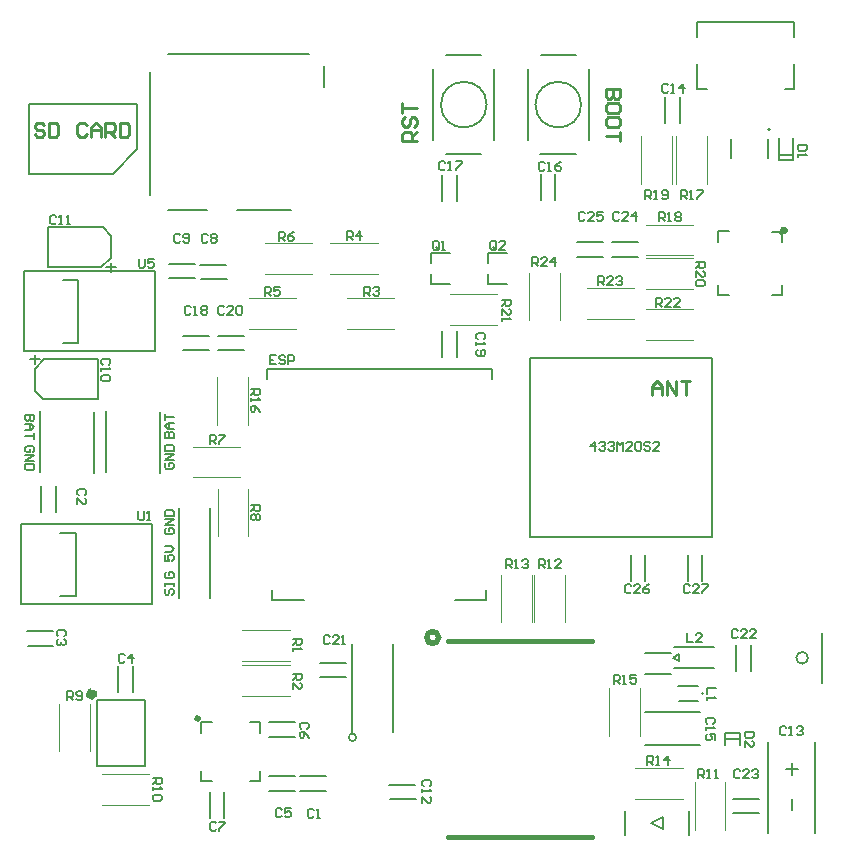
<source format=gto>
G04*
G04 #@! TF.GenerationSoftware,Altium Limited,Altium Designer,21.9.2 (33)*
G04*
G04 Layer_Color=65535*
%FSLAX25Y25*%
%MOIN*%
G70*
G04*
G04 #@! TF.SameCoordinates,2BD51A12-542F-4E7F-AF7E-1702C203C590*
G04*
G04*
G04 #@! TF.FilePolarity,Positive*
G04*
G01*
G75*
%ADD10C,0.00787*%
%ADD11C,0.02756*%
%ADD12C,0.03000*%
%ADD13C,0.01575*%
%ADD14C,0.01968*%
%ADD15C,0.00500*%
%ADD16C,0.00394*%
%ADD17C,0.01000*%
D10*
X254593Y242799D02*
G03*
X254593Y242799I-394J0D01*
G01*
X160104Y251100D02*
G03*
X160104Y251100I-7604J0D01*
G01*
X191611D02*
G03*
X191611Y251100I-7604J0D01*
G01*
X232328Y54800D02*
G03*
X232328Y54800I-278J0D01*
G01*
X116652Y40165D02*
G03*
X116652Y40165I-1245J0D01*
G01*
X267269Y66700D02*
G03*
X267269Y66700I-1969J0D01*
G01*
X33330Y196807D02*
X36480D01*
X34882Y195232D02*
Y198382D01*
X14016Y196807D02*
X17559D01*
X14016D02*
Y210193D01*
X17559Y196807D02*
X31732D01*
X34882Y199957D01*
Y207437D01*
X32126Y210193D02*
X34882Y207437D01*
X14016Y210193D02*
X32126D01*
X7480Y251378D02*
X12205D01*
X7480Y227953D02*
Y251378D01*
Y227953D02*
X35433D01*
X43701Y236221D01*
Y251378D01*
X40354D02*
X43701D01*
X12205D02*
X40354D01*
X224562Y244969D02*
Y253631D01*
X219752Y244953D02*
Y253614D01*
X248148Y62386D02*
Y71047D01*
X243338Y62369D02*
Y71031D01*
X257587Y234172D02*
X261917D01*
X257587Y232597D02*
Y240077D01*
Y232597D02*
X262311D01*
Y240077D01*
X255118Y208780D02*
X257480D01*
X258661Y207599D01*
Y205237D02*
Y207599D01*
X237402Y187521D02*
Y191064D01*
Y187521D02*
X240945D01*
X237326Y208879D02*
X240870D01*
X237326Y205336D02*
Y208879D01*
X255118Y187521D02*
X258661D01*
Y191064D01*
X235115Y106879D02*
Y164359D01*
X174485Y106879D02*
X235115D01*
X174485D02*
Y166721D01*
X235115D01*
Y164359D02*
Y166721D01*
X86933Y159520D02*
Y163119D01*
X161933D01*
Y159520D02*
Y163119D01*
X159866Y85898D02*
Y89442D01*
X149630Y85898D02*
X159866D01*
X88606D02*
X99236D01*
X88606D02*
Y89442D01*
X51318Y128270D02*
Y148742D01*
X33208Y128664D02*
Y149136D01*
X29418Y128270D02*
Y148742D01*
X11308Y128664D02*
Y149136D01*
X146595Y267635D02*
X158405D01*
X146500Y234563D02*
X158311D01*
X162736Y239289D02*
Y262911D01*
X142264Y239289D02*
Y262911D01*
X48000Y221000D02*
Y262000D01*
X54000Y268000D02*
X101000D01*
X54000Y216000D02*
X67000D01*
X77000D02*
X95000D01*
X106000Y257000D02*
Y264000D01*
X183062Y219169D02*
Y227831D01*
X178252Y219153D02*
Y227814D01*
X150162Y219069D02*
Y227731D01*
X145352Y219053D02*
Y227714D01*
X230315Y273622D02*
Y278740D01*
X262598D01*
Y273622D02*
Y278740D01*
X230315Y256299D02*
Y264567D01*
Y256299D02*
X233465D01*
X262598D02*
Y264567D01*
X259449Y256299D02*
X262598D01*
X178102Y267635D02*
X189913D01*
X178007Y234563D02*
X189818D01*
X194243Y239289D02*
Y262911D01*
X173771Y239289D02*
Y262911D01*
X145352Y166953D02*
Y175614D01*
X150162Y166969D02*
Y175631D01*
X141499Y201575D02*
X147798D01*
X141499Y198425D02*
Y201575D01*
Y191339D02*
X147798D01*
X141499D02*
Y194488D01*
X160630Y191339D02*
Y194488D01*
Y191339D02*
X166929D01*
X160630Y198425D02*
Y201575D01*
X166929D01*
X201886Y200452D02*
X210547D01*
X201869Y205262D02*
X210531D01*
X190369D02*
X199031D01*
X190386Y200452D02*
X199047D01*
X214931Y11700D02*
X218868Y13668D01*
Y9731D02*
Y13668D01*
X214931Y11700D02*
X218868Y9731D01*
X206269Y7763D02*
Y15637D01*
X227529Y7763D02*
Y15637D01*
X213036Y48512D02*
X231147D01*
X213036Y37488D02*
X231147D01*
X223979Y57162D02*
X230475D01*
X224175Y52411D02*
X230671D01*
X222450Y70243D02*
X235836D01*
X222450Y63157D02*
X235836D01*
X222249Y66737D02*
X224217Y67918D01*
Y65556D02*
Y67918D01*
X222249Y66737D02*
X224217Y65556D01*
X212800Y68312D02*
X221461D01*
X212800Y61225D02*
X221461D01*
X227252Y92369D02*
Y101031D01*
X232062Y92386D02*
Y101047D01*
X213048Y92386D02*
Y101047D01*
X208238Y92369D02*
Y101031D01*
X70479Y173953D02*
X79140D01*
X70495Y169143D02*
X79157D01*
X59043Y173953D02*
X67704D01*
X59059Y169143D02*
X67720D01*
X64753Y197648D02*
X73414D01*
X64769Y192838D02*
X73431D01*
X54269Y193138D02*
X62931D01*
X54253Y197948D02*
X62914D01*
X127769Y19638D02*
X136431D01*
X127753Y24448D02*
X136414D01*
X128793Y42133D02*
Y71267D01*
X115407Y42133D02*
Y71267D01*
X104669Y60138D02*
X113331D01*
X104653Y64948D02*
X113314D01*
X37313Y55310D02*
Y63972D01*
X42123Y55326D02*
Y63988D01*
X30382Y52648D02*
X46382D01*
Y30648D02*
Y52648D01*
X30382Y30648D02*
X46382D01*
X30382D02*
Y52648D01*
X87586Y40352D02*
X96247D01*
X87569Y45162D02*
X96231D01*
X98032Y27262D02*
X106693D01*
X98048Y22452D02*
X106709D01*
X87569Y27262D02*
X96231D01*
X87586Y22452D02*
X96247D01*
X64961Y45276D02*
X68504D01*
X64961Y41732D02*
Y45276D01*
X64977Y25483D02*
Y29026D01*
Y25483D02*
X68521D01*
X81119Y25548D02*
X84662D01*
Y29091D01*
Y41690D02*
Y45233D01*
X81119D02*
X84662D01*
X67838Y13169D02*
Y21831D01*
X72648Y13186D02*
Y21847D01*
X7070Y75588D02*
X15732D01*
X7087Y70778D02*
X15748D01*
X48711Y84646D02*
Y111417D01*
X5010Y84646D02*
X48711D01*
X5010D02*
Y111417D01*
X48711D01*
X18002Y108268D02*
X23120D01*
Y87402D02*
Y108268D01*
X18002Y87402D02*
X23120D01*
X11725Y115338D02*
Y123999D01*
X16535Y115354D02*
Y124016D01*
X7972Y166193D02*
X11122D01*
X9570Y164618D02*
Y167768D01*
X26893Y166193D02*
X30436D01*
Y152807D02*
Y166193D01*
X12720D02*
X26893D01*
X9570Y163043D02*
X12720Y166193D01*
X9570Y155563D02*
Y163043D01*
Y155563D02*
X12326Y152807D01*
X30436D01*
X18794Y171670D02*
X23913D01*
Y192536D01*
X18794D02*
X23913D01*
X5802Y195686D02*
X49503D01*
X5802Y168914D02*
Y195686D01*
Y168914D02*
X49503D01*
Y195686D01*
X57582Y86658D02*
Y116697D01*
X67818Y86658D02*
Y116697D01*
X242369Y14938D02*
X251031D01*
X242353Y19748D02*
X251014D01*
X239444Y39700D02*
X244562D01*
Y37732D02*
Y41668D01*
X239444D02*
X244562D01*
X239444Y37732D02*
Y41668D01*
X271994Y58432D02*
Y74968D01*
X261800Y15834D02*
Y19771D01*
Y27645D02*
Y31582D01*
X259832Y29613D02*
X263769D01*
X253926Y8354D02*
Y38669D01*
X269674Y8354D02*
Y38669D01*
D11*
X259252Y209174D02*
G03*
X259252Y209174I-197J0D01*
G01*
D12*
X28882Y54648D02*
G03*
X28882Y54648I-500J0D01*
G01*
D13*
X64173Y46457D02*
G03*
X64173Y46457I-394J0D01*
G01*
X147244Y6918D02*
X195276D01*
X147244Y72272D02*
X195276D01*
X147244D02*
X195276D01*
D14*
X144095Y73453D02*
G03*
X144095Y73453I-1969J0D01*
G01*
D15*
X254061Y233301D02*
Y239699D01*
X241739Y233301D02*
Y239699D01*
X52901Y100999D02*
Y99000D01*
X54400D01*
X53901Y100000D01*
Y100499D01*
X54400Y100999D01*
X55400D01*
X55900Y100499D01*
Y99500D01*
X55400Y99000D01*
X52901Y101999D02*
X54900D01*
X55900Y102999D01*
X54900Y103998D01*
X52901D01*
X53301Y131699D02*
X52801Y131200D01*
Y130200D01*
X53301Y129700D01*
X55300D01*
X55800Y130200D01*
Y131200D01*
X55300Y131699D01*
X54300D01*
Y130700D01*
X55800Y132699D02*
X52801D01*
X55800Y134698D01*
X52801D01*
Y135698D02*
X55800D01*
Y137198D01*
X55300Y137697D01*
X53301D01*
X52801Y137198D01*
Y135698D01*
X196099Y135700D02*
Y138699D01*
X194600Y137199D01*
X196599D01*
X197599Y138199D02*
X198099Y138699D01*
X199099D01*
X199598Y138199D01*
Y137699D01*
X199099Y137199D01*
X198599D01*
X199099D01*
X199598Y136700D01*
Y136200D01*
X199099Y135700D01*
X198099D01*
X197599Y136200D01*
X200598Y138199D02*
X201098Y138699D01*
X202098D01*
X202597Y138199D01*
Y137699D01*
X202098Y137199D01*
X201598D01*
X202098D01*
X202597Y136700D01*
Y136200D01*
X202098Y135700D01*
X201098D01*
X200598Y136200D01*
X203597Y135700D02*
Y138699D01*
X204597Y137699D01*
X205596Y138699D01*
Y135700D01*
X208595D02*
X206596D01*
X208595Y137699D01*
Y138199D01*
X208096Y138699D01*
X207096D01*
X206596Y138199D01*
X209595D02*
X210095Y138699D01*
X211095D01*
X211595Y138199D01*
Y136200D01*
X211095Y135700D01*
X210095D01*
X209595Y136200D01*
Y138199D01*
X214594D02*
X214094Y138699D01*
X213094D01*
X212594Y138199D01*
Y137699D01*
X213094Y137199D01*
X214094D01*
X214594Y136700D01*
Y136200D01*
X214094Y135700D01*
X213094D01*
X212594Y136200D01*
X217593Y135700D02*
X215593D01*
X217593Y137699D01*
Y138199D01*
X217093Y138699D01*
X216093D01*
X215593Y138199D01*
X52801Y140100D02*
X55800D01*
Y141600D01*
X55300Y142099D01*
X54800D01*
X54300Y141600D01*
Y140100D01*
Y141600D01*
X53801Y142099D01*
X53301D01*
X52801Y141600D01*
Y140100D01*
X55800Y143099D02*
X53801D01*
X52801Y144099D01*
X53801Y145098D01*
X55800D01*
X54300D01*
Y143099D01*
X52801Y146098D02*
Y148097D01*
Y147098D01*
X55800D01*
X53401Y89699D02*
X52901Y89200D01*
Y88200D01*
X53401Y87700D01*
X53901D01*
X54400Y88200D01*
Y89200D01*
X54900Y89699D01*
X55400D01*
X55900Y89200D01*
Y88200D01*
X55400Y87700D01*
X52901Y90699D02*
Y91699D01*
Y91199D01*
X55900D01*
Y90699D01*
Y91699D01*
X53401Y95198D02*
X52901Y94698D01*
Y93698D01*
X53401Y93198D01*
X55400D01*
X55900Y93698D01*
Y94698D01*
X55400Y95198D01*
X54400D01*
Y94198D01*
X9399Y147700D02*
X6400D01*
Y146201D01*
X6900Y145701D01*
X7400D01*
X7899Y146201D01*
Y147700D01*
Y146201D01*
X8399Y145701D01*
X8899D01*
X9399Y146201D01*
Y147700D01*
X6400Y144701D02*
X8399D01*
X9399Y143701D01*
X8399Y142702D01*
X6400D01*
X7899D01*
Y144701D01*
X9399Y141702D02*
Y139703D01*
Y140702D01*
X6400D01*
X8899Y135301D02*
X9399Y135801D01*
Y136800D01*
X8899Y137300D01*
X6900D01*
X6400Y136800D01*
Y135801D01*
X6900Y135301D01*
X7899D01*
Y136300D01*
X6400Y134301D02*
X9399D01*
X6400Y132302D01*
X9399D01*
Y131302D02*
X6400D01*
Y129802D01*
X6900Y129303D01*
X8899D01*
X9399Y129802D01*
Y131302D01*
X53401Y109899D02*
X52901Y109399D01*
Y108400D01*
X53401Y107900D01*
X55400D01*
X55900Y108400D01*
Y109399D01*
X55400Y109899D01*
X54400D01*
Y108900D01*
X55900Y110899D02*
X52901D01*
X55900Y112898D01*
X52901D01*
Y113898D02*
X55900D01*
Y115398D01*
X55400Y115897D01*
X53401D01*
X52901Y115398D01*
Y113898D01*
X90001Y167499D02*
X88001D01*
Y164500D01*
X90001D01*
X88001Y166000D02*
X89001D01*
X93000Y167000D02*
X92500Y167499D01*
X91500D01*
X91000Y167000D01*
Y166500D01*
X91500Y166000D01*
X92500D01*
X93000Y165500D01*
Y165000D01*
X92500Y164500D01*
X91500D01*
X91000Y165000D01*
X93999Y164500D02*
Y167499D01*
X95499D01*
X95999Y167000D01*
Y166000D01*
X95499Y165500D01*
X93999D01*
X227801Y90800D02*
X227301Y91299D01*
X226301D01*
X225801Y90800D01*
Y88800D01*
X226301Y88301D01*
X227301D01*
X227801Y88800D01*
X230800Y88301D02*
X228800D01*
X230800Y90300D01*
Y90800D01*
X230300Y91299D01*
X229300D01*
X228800Y90800D01*
X231799Y91299D02*
X233799D01*
Y90800D01*
X231799Y88800D01*
Y88301D01*
X208401Y90800D02*
X207901Y91299D01*
X206901D01*
X206401Y90800D01*
Y88800D01*
X206901Y88301D01*
X207901D01*
X208401Y88800D01*
X211400Y88301D02*
X209400D01*
X211400Y90300D01*
Y90800D01*
X210900Y91299D01*
X209900D01*
X209400Y90800D01*
X214399Y91299D02*
X213399Y90800D01*
X212399Y89800D01*
Y88800D01*
X212899Y88301D01*
X213899D01*
X214399Y88800D01*
Y89300D01*
X213899Y89800D01*
X212399D01*
X81651Y117499D02*
X84649D01*
Y116000D01*
X84150Y115500D01*
X83150D01*
X82650Y116000D01*
Y117499D01*
Y116499D02*
X81651Y115500D01*
X84150Y114500D02*
X84649Y114000D01*
Y113001D01*
X84150Y112501D01*
X83650D01*
X83150Y113001D01*
X82650Y112501D01*
X82150D01*
X81651Y113001D01*
Y114000D01*
X82150Y114500D01*
X82650D01*
X83150Y114000D01*
X83650Y114500D01*
X84150D01*
X83150Y114000D02*
Y113001D01*
X67901Y138001D02*
Y140999D01*
X69400D01*
X69900Y140500D01*
Y139500D01*
X69400Y139000D01*
X67901D01*
X68901D02*
X69900Y138001D01*
X70900Y140999D02*
X72899D01*
Y140500D01*
X70900Y138500D01*
Y138001D01*
X235700Y44749D02*
X236199Y45249D01*
Y46249D01*
X235700Y46749D01*
X233700D01*
X233201Y46249D01*
Y45249D01*
X233700Y44749D01*
X233201Y43750D02*
Y42750D01*
Y43250D01*
X236199D01*
X235700Y43750D01*
X236199Y39251D02*
Y41251D01*
X234700D01*
X235200Y40251D01*
Y39751D01*
X234700Y39251D01*
X233700D01*
X233201Y39751D01*
Y40751D01*
X233700Y41251D01*
X113501Y205901D02*
Y208899D01*
X115000D01*
X115500Y208400D01*
Y207400D01*
X115000Y206900D01*
X113501D01*
X114500D02*
X115500Y205901D01*
X117999D02*
Y208899D01*
X116500Y207400D01*
X118499D01*
X119301Y187400D02*
Y190400D01*
X120800D01*
X121300Y189900D01*
Y188900D01*
X120800Y188400D01*
X119301D01*
X120300D02*
X121300Y187400D01*
X122300Y189900D02*
X122800Y190400D01*
X123799D01*
X124299Y189900D01*
Y189400D01*
X123799Y188900D01*
X123300D01*
X123799D01*
X124299Y188400D01*
Y187900D01*
X123799Y187400D01*
X122800D01*
X122300Y187900D01*
X44101Y199800D02*
Y197300D01*
X44601Y196800D01*
X45600D01*
X46100Y197300D01*
Y199800D01*
X49099D02*
X47100D01*
Y198300D01*
X48099Y198800D01*
X48599D01*
X49099Y198300D01*
Y197300D01*
X48599Y196800D01*
X47600D01*
X47100Y197300D01*
X44001Y115600D02*
Y113100D01*
X44500Y112601D01*
X45500D01*
X46000Y113100D01*
Y115600D01*
X47000Y112601D02*
X47999D01*
X47499D01*
Y115600D01*
X47000Y115100D01*
X229801Y198599D02*
X232800D01*
Y197099D01*
X232300Y196599D01*
X231300D01*
X230800Y197099D01*
Y198599D01*
Y197599D02*
X229801Y196599D01*
Y193600D02*
Y195600D01*
X231800Y193600D01*
X232300D01*
X232800Y194100D01*
Y195100D01*
X232300Y195600D01*
Y192601D02*
X232800Y192101D01*
Y191101D01*
X232300Y190601D01*
X230300D01*
X229801Y191101D01*
Y192101D01*
X230300Y192601D01*
X232300D01*
X213051Y219601D02*
Y222600D01*
X214551D01*
X215051Y222100D01*
Y221100D01*
X214551Y220600D01*
X213051D01*
X214051D02*
X215051Y219601D01*
X216050D02*
X217050D01*
X216550D01*
Y222600D01*
X216050Y222100D01*
X218549Y220100D02*
X219049Y219601D01*
X220049D01*
X220549Y220100D01*
Y222100D01*
X220049Y222600D01*
X219049D01*
X218549Y222100D01*
Y221600D01*
X219049Y221100D01*
X220549D01*
X217451Y212200D02*
Y215199D01*
X218951D01*
X219451Y214700D01*
Y213700D01*
X218951Y213200D01*
X217451D01*
X218451D02*
X219451Y212200D01*
X220450D02*
X221450D01*
X220950D01*
Y215199D01*
X220450Y214700D01*
X222949D02*
X223449Y215199D01*
X224449D01*
X224949Y214700D01*
Y214200D01*
X224449Y213700D01*
X224949Y213200D01*
Y212700D01*
X224449Y212200D01*
X223449D01*
X222949Y212700D01*
Y213200D01*
X223449Y213700D01*
X222949Y214200D01*
Y214700D01*
X223449Y213700D02*
X224449D01*
X224851Y219601D02*
Y222600D01*
X226351D01*
X226851Y222100D01*
Y221100D01*
X226351Y220600D01*
X224851D01*
X225851D02*
X226851Y219601D01*
X227850D02*
X228850D01*
X228350D01*
Y222600D01*
X227850Y222100D01*
X230349Y222600D02*
X232349D01*
Y222100D01*
X230349Y220100D01*
Y219601D01*
X175401Y197301D02*
Y200300D01*
X176901D01*
X177401Y199800D01*
Y198800D01*
X176901Y198300D01*
X175401D01*
X176401D02*
X177401Y197301D01*
X180400D02*
X178400D01*
X180400Y199300D01*
Y199800D01*
X179900Y200300D01*
X178900D01*
X178400Y199800D01*
X182899Y197301D02*
Y200300D01*
X181399Y198800D01*
X183399D01*
X165101Y186099D02*
X168099D01*
Y184599D01*
X167600Y184099D01*
X166600D01*
X166100Y184599D01*
Y186099D01*
Y185099D02*
X165101Y184099D01*
Y181100D02*
Y183100D01*
X167100Y181100D01*
X167600D01*
X168099Y181600D01*
Y182600D01*
X167600Y183100D01*
X165101Y180101D02*
Y179101D01*
Y179601D01*
X168099D01*
X167600Y180101D01*
X197301Y190951D02*
Y193949D01*
X198801D01*
X199301Y193450D01*
Y192450D01*
X198801Y191950D01*
X197301D01*
X198301D02*
X199301Y190951D01*
X202300D02*
X200300D01*
X202300Y192950D01*
Y193450D01*
X201800Y193949D01*
X200800D01*
X200300Y193450D01*
X203299D02*
X203799Y193949D01*
X204799D01*
X205299Y193450D01*
Y192950D01*
X204799Y192450D01*
X204299D01*
X204799D01*
X205299Y191950D01*
Y191450D01*
X204799Y190951D01*
X203799D01*
X203299Y191450D01*
X81501Y156249D02*
X84500D01*
Y154749D01*
X84000Y154249D01*
X83000D01*
X82500Y154749D01*
Y156249D01*
Y155249D02*
X81501Y154249D01*
Y153250D02*
Y152250D01*
Y152750D01*
X84500D01*
X84000Y153250D01*
X84500Y148751D02*
X84000Y149751D01*
X83000Y150751D01*
X82000D01*
X81501Y150251D01*
Y149251D01*
X82000Y148751D01*
X82500D01*
X83000Y149251D01*
Y150751D01*
X216551Y183701D02*
Y186699D01*
X218051D01*
X218551Y186200D01*
Y185200D01*
X218051Y184700D01*
X216551D01*
X217551D02*
X218551Y183701D01*
X221550D02*
X219550D01*
X221550Y185700D01*
Y186200D01*
X221050Y186699D01*
X220050D01*
X219550Y186200D01*
X224549Y183701D02*
X222549D01*
X224549Y185700D01*
Y186200D01*
X224049Y186699D01*
X223049D01*
X222549Y186200D01*
X202551Y58100D02*
Y61099D01*
X204051D01*
X204551Y60600D01*
Y59600D01*
X204051Y59100D01*
X202551D01*
X203551D02*
X204551Y58100D01*
X205550D02*
X206550D01*
X206050D01*
Y61099D01*
X205550Y60600D01*
X210049Y61099D02*
X208049D01*
Y59600D01*
X209049Y60100D01*
X209549D01*
X210049Y59600D01*
Y58600D01*
X209549Y58100D01*
X208549D01*
X208049Y58600D01*
X213751Y31001D02*
Y33999D01*
X215251D01*
X215751Y33500D01*
Y32500D01*
X215251Y32000D01*
X213751D01*
X214751D02*
X215751Y31001D01*
X216750D02*
X217750D01*
X217250D01*
Y33999D01*
X216750Y33500D01*
X220749Y31001D02*
Y33999D01*
X219249Y32500D01*
X221249D01*
X166451Y96500D02*
Y99499D01*
X167951D01*
X168451Y99000D01*
Y98000D01*
X167951Y97500D01*
X166451D01*
X167451D02*
X168451Y96500D01*
X169450D02*
X170450D01*
X169950D01*
Y99499D01*
X169450Y99000D01*
X171949D02*
X172449Y99499D01*
X173449D01*
X173949Y99000D01*
Y98500D01*
X173449Y98000D01*
X172949D01*
X173449D01*
X173949Y97500D01*
Y97000D01*
X173449Y96500D01*
X172449D01*
X171949Y97000D01*
X177451Y96500D02*
Y99499D01*
X178951D01*
X179451Y99000D01*
Y98000D01*
X178951Y97500D01*
X177451D01*
X178451D02*
X179451Y96500D01*
X180450D02*
X181450D01*
X180950D01*
Y99499D01*
X180450Y99000D01*
X184949Y96500D02*
X182949D01*
X184949Y98500D01*
Y99000D01*
X184449Y99499D01*
X183449D01*
X182949Y99000D01*
X230751Y26601D02*
Y29599D01*
X232251D01*
X232750Y29100D01*
Y28100D01*
X232251Y27600D01*
X230751D01*
X231751D02*
X232750Y26601D01*
X233750D02*
X234750D01*
X234250D01*
Y29599D01*
X233750Y29100D01*
X236249Y26601D02*
X237249D01*
X236749D01*
Y29599D01*
X236249Y29100D01*
X48900Y26549D02*
X51899D01*
Y25049D01*
X51400Y24549D01*
X50400D01*
X49900Y25049D01*
Y26549D01*
Y25549D02*
X48900Y24549D01*
Y23550D02*
Y22550D01*
Y23050D01*
X51899D01*
X51400Y23550D01*
Y21051D02*
X51899Y20551D01*
Y19551D01*
X51400Y19051D01*
X49400D01*
X48900Y19551D01*
Y20551D01*
X49400Y21051D01*
X51400D01*
X20301Y52500D02*
Y55500D01*
X21800D01*
X22300Y55000D01*
Y54000D01*
X21800Y53500D01*
X20301D01*
X21301D02*
X22300Y52500D01*
X23300Y53000D02*
X23800Y52500D01*
X24799D01*
X25299Y53000D01*
Y55000D01*
X24799Y55500D01*
X23800D01*
X23300Y55000D01*
Y54500D01*
X23800Y54000D01*
X25299D01*
X90801Y205750D02*
Y208750D01*
X92300D01*
X92800Y208250D01*
Y207250D01*
X92300Y206750D01*
X90801D01*
X91800D02*
X92800Y205750D01*
X95799Y208750D02*
X94800Y208250D01*
X93800Y207250D01*
Y206250D01*
X94300Y205750D01*
X95299D01*
X95799Y206250D01*
Y206750D01*
X95299Y207250D01*
X93800D01*
X86101Y187400D02*
Y190400D01*
X87600D01*
X88100Y189900D01*
Y188900D01*
X87600Y188400D01*
X86101D01*
X87100D02*
X88100Y187400D01*
X91099Y190400D02*
X89100D01*
Y188900D01*
X90100Y189400D01*
X90599D01*
X91099Y188900D01*
Y187900D01*
X90599Y187400D01*
X89600D01*
X89100Y187900D01*
X95500Y61399D02*
X98500D01*
Y59900D01*
X98000Y59400D01*
X97000D01*
X96500Y59900D01*
Y61399D01*
Y60400D02*
X95500Y59400D01*
Y56401D02*
Y58400D01*
X97500Y56401D01*
X98000D01*
X98500Y56901D01*
Y57900D01*
X98000Y58400D01*
X95500Y72999D02*
X98500D01*
Y71500D01*
X98000Y71000D01*
X97000D01*
X96500Y71500D01*
Y72999D01*
Y72000D02*
X95500Y71000D01*
Y70000D02*
Y69001D01*
Y69500D01*
X98500D01*
X98000Y70000D01*
X163300Y203250D02*
Y205250D01*
X162800Y205750D01*
X161801D01*
X161301Y205250D01*
Y203250D01*
X161801Y202750D01*
X162800D01*
X162301Y203750D02*
X163300Y202750D01*
X162800D02*
X163300Y203250D01*
X166299Y202750D02*
X164300D01*
X166299Y204750D01*
Y205250D01*
X165799Y205750D01*
X164800D01*
X164300Y205250D01*
X144100Y203200D02*
Y205200D01*
X143600Y205699D01*
X142601D01*
X142101Y205200D01*
Y203200D01*
X142601Y202700D01*
X143600D01*
X143100Y203700D02*
X144100Y202700D01*
X143600D02*
X144100Y203200D01*
X145100Y202700D02*
X146099D01*
X145599D01*
Y205699D01*
X145100Y205200D01*
X226901Y74900D02*
Y71900D01*
X228900D01*
X231899D02*
X229900D01*
X231899Y73900D01*
Y74400D01*
X231399Y74900D01*
X230400D01*
X229900Y74400D01*
X236450Y56699D02*
X233451D01*
Y54700D01*
Y53700D02*
Y52701D01*
Y53201D01*
X236450D01*
X235950Y53700D01*
X249099Y42099D02*
X246100D01*
Y40600D01*
X246600Y40100D01*
X248600D01*
X249099Y40600D01*
Y42099D01*
X246100Y37101D02*
Y39100D01*
X248100Y37101D01*
X248600D01*
X249099Y37601D01*
Y38600D01*
X248600Y39100D01*
X266899Y237799D02*
X263900D01*
Y236300D01*
X264400Y235800D01*
X266400D01*
X266899Y236300D01*
Y237799D01*
X263900Y234800D02*
Y233801D01*
Y234300D01*
X266899D01*
X266400Y234800D01*
X192801Y214900D02*
X192301Y215400D01*
X191301D01*
X190801Y214900D01*
Y212900D01*
X191301Y212401D01*
X192301D01*
X192801Y212900D01*
X195800Y212401D02*
X193800D01*
X195800Y214400D01*
Y214900D01*
X195300Y215400D01*
X194300D01*
X193800Y214900D01*
X198799Y215400D02*
X196799D01*
Y213900D01*
X197799Y214400D01*
X198299D01*
X198799Y213900D01*
Y212900D01*
X198299Y212401D01*
X197299D01*
X196799Y212900D01*
X204401Y214900D02*
X203901Y215400D01*
X202901D01*
X202401Y214900D01*
Y212900D01*
X202901Y212401D01*
X203901D01*
X204401Y212900D01*
X207400Y212401D02*
X205400D01*
X207400Y214400D01*
Y214900D01*
X206900Y215400D01*
X205900D01*
X205400Y214900D01*
X209899Y212401D02*
Y215400D01*
X208399Y213900D01*
X210399D01*
X244701Y29000D02*
X244201Y29500D01*
X243201D01*
X242701Y29000D01*
Y27000D01*
X243201Y26500D01*
X244201D01*
X244701Y27000D01*
X247700Y26500D02*
X245700D01*
X247700Y28500D01*
Y29000D01*
X247200Y29500D01*
X246200D01*
X245700Y29000D01*
X248699D02*
X249199Y29500D01*
X250199D01*
X250699Y29000D01*
Y28500D01*
X250199Y28000D01*
X249699D01*
X250199D01*
X250699Y27500D01*
Y27000D01*
X250199Y26500D01*
X249199D01*
X248699Y27000D01*
X146282Y231709D02*
X145782Y232208D01*
X144783D01*
X144283Y231709D01*
Y229709D01*
X144783Y229209D01*
X145782D01*
X146282Y229709D01*
X147282Y229209D02*
X148282D01*
X147782D01*
Y232208D01*
X147282Y231709D01*
X149781Y232208D02*
X151780D01*
Y231709D01*
X149781Y229709D01*
Y229209D01*
X243801Y75800D02*
X243301Y76300D01*
X242301D01*
X241801Y75800D01*
Y73800D01*
X242301Y73300D01*
X243301D01*
X243801Y73800D01*
X246800Y73300D02*
X244800D01*
X246800Y75300D01*
Y75800D01*
X246300Y76300D01*
X245300D01*
X244800Y75800D01*
X249799Y73300D02*
X247799D01*
X249799Y75300D01*
Y75800D01*
X249299Y76300D01*
X248299D01*
X247799Y75800D01*
X107800Y73800D02*
X107301Y74300D01*
X106301D01*
X105801Y73800D01*
Y71800D01*
X106301Y71301D01*
X107301D01*
X107800Y71800D01*
X110800Y71301D02*
X108800D01*
X110800Y73300D01*
Y73800D01*
X110300Y74300D01*
X109300D01*
X108800Y73800D01*
X111799Y71301D02*
X112799D01*
X112299D01*
Y74300D01*
X111799Y73800D01*
X72701Y183500D02*
X72201Y184000D01*
X71201D01*
X70701Y183500D01*
Y181500D01*
X71201Y181000D01*
X72201D01*
X72701Y181500D01*
X75700Y181000D02*
X73700D01*
X75700Y183000D01*
Y183500D01*
X75200Y184000D01*
X74200D01*
X73700Y183500D01*
X76699D02*
X77199Y184000D01*
X78199D01*
X78699Y183500D01*
Y181500D01*
X78199Y181000D01*
X77199D01*
X76699Y181500D01*
Y183500D01*
X61551D02*
X61051Y184000D01*
X60051D01*
X59551Y183500D01*
Y181500D01*
X60051Y181000D01*
X61051D01*
X61551Y181500D01*
X62550Y181000D02*
X63550D01*
X63050D01*
Y184000D01*
X62550Y183500D01*
X65049D02*
X65549Y184000D01*
X66549D01*
X67049Y183500D01*
Y183000D01*
X66549Y182500D01*
X67049Y182000D01*
Y181500D01*
X66549Y181000D01*
X65549D01*
X65049Y181500D01*
Y182000D01*
X65549Y182500D01*
X65049Y183000D01*
Y183500D01*
X65549Y182500D02*
X66549D01*
X179551Y231500D02*
X179051Y231999D01*
X178051D01*
X177551Y231500D01*
Y229500D01*
X178051Y229000D01*
X179051D01*
X179551Y229500D01*
X180550Y229000D02*
X181550D01*
X181050D01*
Y231999D01*
X180550Y231500D01*
X185049Y231999D02*
X184049Y231500D01*
X183049Y230500D01*
Y229500D01*
X183549Y229000D01*
X184549D01*
X185049Y229500D01*
Y230000D01*
X184549Y230500D01*
X183049D01*
X159100Y172849D02*
X159599Y173349D01*
Y174349D01*
X159100Y174849D01*
X157100D01*
X156600Y174349D01*
Y173349D01*
X157100Y172849D01*
X156600Y171850D02*
Y170850D01*
Y171350D01*
X159599D01*
X159100Y171850D01*
X157100Y169351D02*
X156600Y168851D01*
Y167851D01*
X157100Y167351D01*
X159100D01*
X159599Y167851D01*
Y168851D01*
X159100Y169351D01*
X158600D01*
X158100Y168851D01*
Y167351D01*
X220651Y257500D02*
X220151Y257999D01*
X219151D01*
X218651Y257500D01*
Y255500D01*
X219151Y255000D01*
X220151D01*
X220651Y255500D01*
X221650Y255000D02*
X222650D01*
X222150D01*
Y257999D01*
X221650Y257500D01*
X225649Y255000D02*
Y257999D01*
X224149Y256500D01*
X226149D01*
X260051Y43400D02*
X259551Y43900D01*
X258551D01*
X258051Y43400D01*
Y41400D01*
X258551Y40900D01*
X259551D01*
X260051Y41400D01*
X261050Y40900D02*
X262050D01*
X261550D01*
Y43900D01*
X261050Y43400D01*
X263549D02*
X264049Y43900D01*
X265049D01*
X265549Y43400D01*
Y42900D01*
X265049Y42400D01*
X264549D01*
X265049D01*
X265549Y41900D01*
Y41400D01*
X265049Y40900D01*
X264049D01*
X263549Y41400D01*
X141100Y23949D02*
X141600Y24449D01*
Y25449D01*
X141100Y25949D01*
X139100D01*
X138601Y25449D01*
Y24449D01*
X139100Y23949D01*
X138601Y22950D02*
Y21950D01*
Y22450D01*
X141600D01*
X141100Y22950D01*
X138601Y18451D02*
Y20451D01*
X140600Y18451D01*
X141100D01*
X141600Y18951D01*
Y19951D01*
X141100Y20451D01*
X16650Y213800D02*
X16151Y214300D01*
X15151D01*
X14651Y213800D01*
Y211800D01*
X15151Y211300D01*
X16151D01*
X16650Y211800D01*
X17650Y211300D02*
X18650D01*
X18150D01*
Y214300D01*
X17650Y213800D01*
X20149Y211300D02*
X21149D01*
X20649D01*
Y214300D01*
X20149Y213800D01*
X34100Y164449D02*
X34600Y164949D01*
Y165949D01*
X34100Y166449D01*
X32100D01*
X31600Y165949D01*
Y164949D01*
X32100Y164449D01*
X31600Y163450D02*
Y162450D01*
Y162950D01*
X34600D01*
X34100Y163450D01*
Y160951D02*
X34600Y160451D01*
Y159451D01*
X34100Y158951D01*
X32100D01*
X31600Y159451D01*
Y160451D01*
X32100Y160951D01*
X34100D01*
X58000Y207600D02*
X57500Y208100D01*
X56501D01*
X56001Y207600D01*
Y205600D01*
X56501Y205100D01*
X57500D01*
X58000Y205600D01*
X59000D02*
X59500Y205100D01*
X60499D01*
X60999Y205600D01*
Y207600D01*
X60499Y208100D01*
X59500D01*
X59000Y207600D01*
Y207100D01*
X59500Y206600D01*
X60999D01*
X67100Y207600D02*
X66600Y208100D01*
X65601D01*
X65101Y207600D01*
Y205600D01*
X65601Y205100D01*
X66600D01*
X67100Y205600D01*
X68100Y207600D02*
X68600Y208100D01*
X69599D01*
X70099Y207600D01*
Y207100D01*
X69599Y206600D01*
X70099Y206100D01*
Y205600D01*
X69599Y205100D01*
X68600D01*
X68100Y205600D01*
Y206100D01*
X68600Y206600D01*
X68100Y207100D01*
Y207600D01*
X68600Y206600D02*
X69599D01*
X70000Y11500D02*
X69500Y11999D01*
X68501D01*
X68001Y11500D01*
Y9500D01*
X68501Y9001D01*
X69500D01*
X70000Y9500D01*
X71000Y11999D02*
X72999D01*
Y11500D01*
X71000Y9500D01*
Y9001D01*
X100300Y43100D02*
X100800Y43600D01*
Y44599D01*
X100300Y45099D01*
X98300D01*
X97800Y44599D01*
Y43600D01*
X98300Y43100D01*
X100800Y40101D02*
X100300Y41100D01*
X99300Y42100D01*
X98300D01*
X97800Y41600D01*
Y40601D01*
X98300Y40101D01*
X98800D01*
X99300Y40601D01*
Y42100D01*
X91900Y16000D02*
X91400Y16499D01*
X90401D01*
X89901Y16000D01*
Y14000D01*
X90401Y13500D01*
X91400D01*
X91900Y14000D01*
X94899Y16499D02*
X92900D01*
Y15000D01*
X93900Y15500D01*
X94399D01*
X94899Y15000D01*
Y14000D01*
X94399Y13500D01*
X93400D01*
X92900Y14000D01*
X39500Y67550D02*
X39000Y68050D01*
X38001D01*
X37501Y67550D01*
Y65550D01*
X38001Y65051D01*
X39000D01*
X39500Y65550D01*
X41999Y65051D02*
Y68050D01*
X40500Y66550D01*
X42499D01*
X19300Y73900D02*
X19800Y74400D01*
Y75399D01*
X19300Y75899D01*
X17300D01*
X16801Y75399D01*
Y74400D01*
X17300Y73900D01*
X19300Y72900D02*
X19800Y72400D01*
Y71401D01*
X19300Y70901D01*
X18800D01*
X18300Y71401D01*
Y71900D01*
Y71401D01*
X17800Y70901D01*
X17300D01*
X16801Y71401D01*
Y72400D01*
X17300Y72900D01*
X26100Y120900D02*
X26599Y121400D01*
Y122399D01*
X26100Y122899D01*
X24100D01*
X23600Y122399D01*
Y121400D01*
X24100Y120900D01*
X23600Y117901D02*
Y119900D01*
X25600Y117901D01*
X26100D01*
X26599Y118401D01*
Y119400D01*
X26100Y119900D01*
X102500Y15900D02*
X102000Y16399D01*
X101000D01*
X100501Y15900D01*
Y13900D01*
X101000Y13400D01*
X102000D01*
X102500Y13900D01*
X103500Y13400D02*
X104499D01*
X103999D01*
Y16399D01*
X103500Y15900D01*
D16*
X86226Y194582D02*
X101974D01*
X86226Y204818D02*
X101974D01*
X223235Y224735D02*
Y240483D01*
X233471Y224735D02*
Y240483D01*
X221818Y224726D02*
Y240474D01*
X211582Y224726D02*
Y240474D01*
X70282Y144426D02*
Y160174D01*
X80518Y144426D02*
Y160174D01*
X62126Y137118D02*
X77874D01*
X62126Y126882D02*
X77874D01*
X70482Y107326D02*
Y123074D01*
X80718Y107326D02*
Y123074D01*
X80926Y186518D02*
X96674D01*
X80926Y176282D02*
X96674D01*
X108026Y194782D02*
X123774D01*
X108026Y205018D02*
X123774D01*
X113526Y176282D02*
X129274D01*
X113526Y186518D02*
X129274D01*
X147926Y177582D02*
X163674D01*
X147926Y187818D02*
X163674D01*
X174282Y179326D02*
Y195074D01*
X184518Y179326D02*
Y195074D01*
X193626Y190018D02*
X209374D01*
X193626Y179782D02*
X209374D01*
X213326Y211118D02*
X229074D01*
X213326Y200882D02*
X229074D01*
X213326Y189782D02*
X229074D01*
X213326Y200018D02*
X229074D01*
X213326Y182818D02*
X229074D01*
X213326Y172582D02*
X229074D01*
X239718Y9426D02*
Y25174D01*
X229482Y9426D02*
Y25174D01*
X209726Y19582D02*
X225474D01*
X209726Y29818D02*
X225474D01*
X186318Y78526D02*
Y94274D01*
X176082Y78526D02*
Y94274D01*
X175218Y78526D02*
Y94274D01*
X164982Y78526D02*
Y94274D01*
X31826Y28018D02*
X47574D01*
X31826Y17782D02*
X47574D01*
X27893Y35567D02*
Y51315D01*
X17657Y35567D02*
Y51315D01*
X78740Y53937D02*
X94488D01*
X78740Y64173D02*
X94488D01*
X78740Y65748D02*
X94488D01*
X78740Y75984D02*
X94488D01*
X200882Y40726D02*
Y56474D01*
X211118Y40726D02*
Y56474D01*
D17*
X12613Y244306D02*
X11826Y245093D01*
X10252D01*
X9465Y244306D01*
Y243519D01*
X10252Y242731D01*
X11826D01*
X12613Y241944D01*
Y241157D01*
X11826Y240370D01*
X10252D01*
X9465Y241157D01*
X14187Y245093D02*
Y240370D01*
X16549D01*
X17336Y241157D01*
Y244306D01*
X16549Y245093D01*
X14187D01*
X26782Y244306D02*
X25995Y245093D01*
X24420D01*
X23633Y244306D01*
Y241157D01*
X24420Y240370D01*
X25995D01*
X26782Y241157D01*
X28356Y240370D02*
Y243519D01*
X29930Y245093D01*
X31505Y243519D01*
Y240370D01*
Y242731D01*
X28356D01*
X33079Y240370D02*
Y245093D01*
X35440D01*
X36228Y244306D01*
Y242731D01*
X35440Y241944D01*
X33079D01*
X34653D02*
X36228Y240370D01*
X37802Y245093D02*
Y240370D01*
X40163D01*
X40950Y241157D01*
Y244306D01*
X40163Y245093D01*
X37802D01*
X215400Y154200D02*
Y157349D01*
X216974Y158923D01*
X218549Y157349D01*
Y154200D01*
Y156561D01*
X215400D01*
X220123Y154200D02*
Y158923D01*
X223271Y154200D01*
Y158923D01*
X224846D02*
X227994D01*
X226420D01*
Y154200D01*
X204542Y256283D02*
X199819D01*
Y253922D01*
X200606Y253135D01*
X201393D01*
X202180Y253922D01*
Y256283D01*
Y253922D01*
X202968Y253135D01*
X203755D01*
X204542Y253922D01*
Y256283D01*
Y249199D02*
Y250773D01*
X203755Y251561D01*
X200606D01*
X199819Y250773D01*
Y249199D01*
X200606Y248412D01*
X203755D01*
X204542Y249199D01*
Y244476D02*
Y246051D01*
X203755Y246838D01*
X200606D01*
X199819Y246051D01*
Y244476D01*
X200606Y243689D01*
X203755D01*
X204542Y244476D01*
Y242115D02*
Y238966D01*
Y240541D01*
X199819D01*
X136795Y238966D02*
X132072D01*
Y241328D01*
X132860Y242115D01*
X134434D01*
X135221Y241328D01*
Y238966D01*
Y240541D02*
X136795Y242115D01*
X132860Y246838D02*
X132072Y246051D01*
Y244476D01*
X132860Y243689D01*
X133647D01*
X134434Y244476D01*
Y246051D01*
X135221Y246838D01*
X136008D01*
X136795Y246051D01*
Y244476D01*
X136008Y243689D01*
X132072Y248412D02*
Y251561D01*
Y249986D01*
X136795D01*
M02*

</source>
